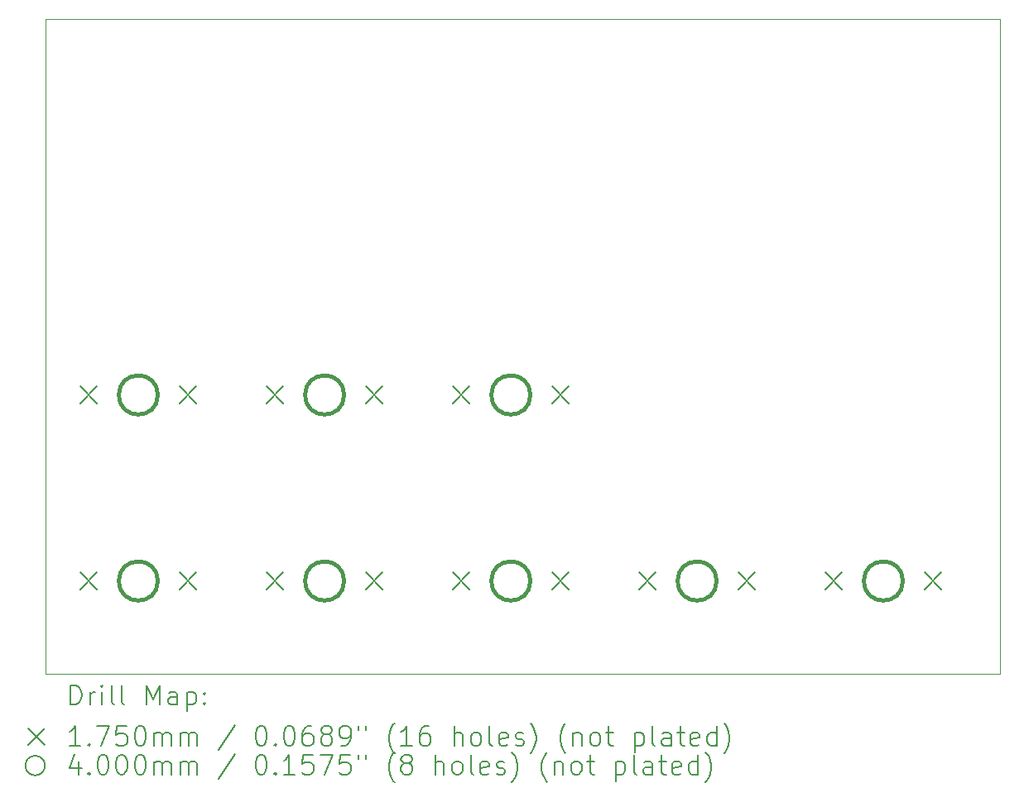
<source format=gbr>
%TF.GenerationSoftware,KiCad,Pcbnew,8.0.8*%
%TF.CreationDate,2025-02-05T05:45:38+05:30*%
%TF.ProjectId,B-Deck,422d4465-636b-42e6-9b69-6361645f7063,rev?*%
%TF.SameCoordinates,Original*%
%TF.FileFunction,Drillmap*%
%TF.FilePolarity,Positive*%
%FSLAX45Y45*%
G04 Gerber Fmt 4.5, Leading zero omitted, Abs format (unit mm)*
G04 Created by KiCad (PCBNEW 8.0.8) date 2025-02-05 05:45:38*
%MOMM*%
%LPD*%
G01*
G04 APERTURE LIST*
%ADD10C,0.050000*%
%ADD11C,0.200000*%
%ADD12C,0.175000*%
%ADD13C,0.400000*%
G04 APERTURE END LIST*
D10*
X8810000Y-5104750D02*
X18573125Y-5104750D01*
X18573125Y-11810375D01*
X8810000Y-11810375D01*
X8810000Y-5104750D01*
D11*
D12*
X9167000Y-8865375D02*
X9342000Y-9040375D01*
X9342000Y-8865375D02*
X9167000Y-9040375D01*
X9167000Y-10770375D02*
X9342000Y-10945375D01*
X9342000Y-10770375D02*
X9167000Y-10945375D01*
X10183000Y-8865375D02*
X10358000Y-9040375D01*
X10358000Y-8865375D02*
X10183000Y-9040375D01*
X10183000Y-10770375D02*
X10358000Y-10945375D01*
X10358000Y-10770375D02*
X10183000Y-10945375D01*
X11072000Y-8865375D02*
X11247000Y-9040375D01*
X11247000Y-8865375D02*
X11072000Y-9040375D01*
X11072000Y-10770375D02*
X11247000Y-10945375D01*
X11247000Y-10770375D02*
X11072000Y-10945375D01*
X12088000Y-8865375D02*
X12263000Y-9040375D01*
X12263000Y-8865375D02*
X12088000Y-9040375D01*
X12088000Y-10770375D02*
X12263000Y-10945375D01*
X12263000Y-10770375D02*
X12088000Y-10945375D01*
X12977000Y-8865375D02*
X13152000Y-9040375D01*
X13152000Y-8865375D02*
X12977000Y-9040375D01*
X12977000Y-10770375D02*
X13152000Y-10945375D01*
X13152000Y-10770375D02*
X12977000Y-10945375D01*
X13993000Y-8865375D02*
X14168000Y-9040375D01*
X14168000Y-8865375D02*
X13993000Y-9040375D01*
X13993000Y-10770375D02*
X14168000Y-10945375D01*
X14168000Y-10770375D02*
X13993000Y-10945375D01*
X14882000Y-10770375D02*
X15057000Y-10945375D01*
X15057000Y-10770375D02*
X14882000Y-10945375D01*
X15898000Y-10770375D02*
X16073000Y-10945375D01*
X16073000Y-10770375D02*
X15898000Y-10945375D01*
X16787000Y-10770375D02*
X16962000Y-10945375D01*
X16962000Y-10770375D02*
X16787000Y-10945375D01*
X17803000Y-10770375D02*
X17978000Y-10945375D01*
X17978000Y-10770375D02*
X17803000Y-10945375D01*
D13*
X9962500Y-8952875D02*
G75*
G02*
X9562500Y-8952875I-200000J0D01*
G01*
X9562500Y-8952875D02*
G75*
G02*
X9962500Y-8952875I200000J0D01*
G01*
X9962500Y-10857875D02*
G75*
G02*
X9562500Y-10857875I-200000J0D01*
G01*
X9562500Y-10857875D02*
G75*
G02*
X9962500Y-10857875I200000J0D01*
G01*
X11867500Y-8952875D02*
G75*
G02*
X11467500Y-8952875I-200000J0D01*
G01*
X11467500Y-8952875D02*
G75*
G02*
X11867500Y-8952875I200000J0D01*
G01*
X11867500Y-10857875D02*
G75*
G02*
X11467500Y-10857875I-200000J0D01*
G01*
X11467500Y-10857875D02*
G75*
G02*
X11867500Y-10857875I200000J0D01*
G01*
X13772500Y-8952875D02*
G75*
G02*
X13372500Y-8952875I-200000J0D01*
G01*
X13372500Y-8952875D02*
G75*
G02*
X13772500Y-8952875I200000J0D01*
G01*
X13772500Y-10857875D02*
G75*
G02*
X13372500Y-10857875I-200000J0D01*
G01*
X13372500Y-10857875D02*
G75*
G02*
X13772500Y-10857875I200000J0D01*
G01*
X15677500Y-10857875D02*
G75*
G02*
X15277500Y-10857875I-200000J0D01*
G01*
X15277500Y-10857875D02*
G75*
G02*
X15677500Y-10857875I200000J0D01*
G01*
X17582500Y-10857875D02*
G75*
G02*
X17182500Y-10857875I-200000J0D01*
G01*
X17182500Y-10857875D02*
G75*
G02*
X17582500Y-10857875I200000J0D01*
G01*
D11*
X9068277Y-12124359D02*
X9068277Y-11924359D01*
X9068277Y-11924359D02*
X9115896Y-11924359D01*
X9115896Y-11924359D02*
X9144467Y-11933883D01*
X9144467Y-11933883D02*
X9163515Y-11952930D01*
X9163515Y-11952930D02*
X9173039Y-11971978D01*
X9173039Y-11971978D02*
X9182563Y-12010073D01*
X9182563Y-12010073D02*
X9182563Y-12038644D01*
X9182563Y-12038644D02*
X9173039Y-12076740D01*
X9173039Y-12076740D02*
X9163515Y-12095787D01*
X9163515Y-12095787D02*
X9144467Y-12114835D01*
X9144467Y-12114835D02*
X9115896Y-12124359D01*
X9115896Y-12124359D02*
X9068277Y-12124359D01*
X9268277Y-12124359D02*
X9268277Y-11991025D01*
X9268277Y-12029121D02*
X9277801Y-12010073D01*
X9277801Y-12010073D02*
X9287324Y-12000549D01*
X9287324Y-12000549D02*
X9306372Y-11991025D01*
X9306372Y-11991025D02*
X9325420Y-11991025D01*
X9392086Y-12124359D02*
X9392086Y-11991025D01*
X9392086Y-11924359D02*
X9382563Y-11933883D01*
X9382563Y-11933883D02*
X9392086Y-11943406D01*
X9392086Y-11943406D02*
X9401610Y-11933883D01*
X9401610Y-11933883D02*
X9392086Y-11924359D01*
X9392086Y-11924359D02*
X9392086Y-11943406D01*
X9515896Y-12124359D02*
X9496848Y-12114835D01*
X9496848Y-12114835D02*
X9487324Y-12095787D01*
X9487324Y-12095787D02*
X9487324Y-11924359D01*
X9620658Y-12124359D02*
X9601610Y-12114835D01*
X9601610Y-12114835D02*
X9592086Y-12095787D01*
X9592086Y-12095787D02*
X9592086Y-11924359D01*
X9849229Y-12124359D02*
X9849229Y-11924359D01*
X9849229Y-11924359D02*
X9915896Y-12067216D01*
X9915896Y-12067216D02*
X9982563Y-11924359D01*
X9982563Y-11924359D02*
X9982563Y-12124359D01*
X10163515Y-12124359D02*
X10163515Y-12019597D01*
X10163515Y-12019597D02*
X10153991Y-12000549D01*
X10153991Y-12000549D02*
X10134944Y-11991025D01*
X10134944Y-11991025D02*
X10096848Y-11991025D01*
X10096848Y-11991025D02*
X10077801Y-12000549D01*
X10163515Y-12114835D02*
X10144467Y-12124359D01*
X10144467Y-12124359D02*
X10096848Y-12124359D01*
X10096848Y-12124359D02*
X10077801Y-12114835D01*
X10077801Y-12114835D02*
X10068277Y-12095787D01*
X10068277Y-12095787D02*
X10068277Y-12076740D01*
X10068277Y-12076740D02*
X10077801Y-12057692D01*
X10077801Y-12057692D02*
X10096848Y-12048168D01*
X10096848Y-12048168D02*
X10144467Y-12048168D01*
X10144467Y-12048168D02*
X10163515Y-12038644D01*
X10258753Y-11991025D02*
X10258753Y-12191025D01*
X10258753Y-12000549D02*
X10277801Y-11991025D01*
X10277801Y-11991025D02*
X10315896Y-11991025D01*
X10315896Y-11991025D02*
X10334944Y-12000549D01*
X10334944Y-12000549D02*
X10344467Y-12010073D01*
X10344467Y-12010073D02*
X10353991Y-12029121D01*
X10353991Y-12029121D02*
X10353991Y-12086263D01*
X10353991Y-12086263D02*
X10344467Y-12105311D01*
X10344467Y-12105311D02*
X10334944Y-12114835D01*
X10334944Y-12114835D02*
X10315896Y-12124359D01*
X10315896Y-12124359D02*
X10277801Y-12124359D01*
X10277801Y-12124359D02*
X10258753Y-12114835D01*
X10439705Y-12105311D02*
X10449229Y-12114835D01*
X10449229Y-12114835D02*
X10439705Y-12124359D01*
X10439705Y-12124359D02*
X10430182Y-12114835D01*
X10430182Y-12114835D02*
X10439705Y-12105311D01*
X10439705Y-12105311D02*
X10439705Y-12124359D01*
X10439705Y-12000549D02*
X10449229Y-12010073D01*
X10449229Y-12010073D02*
X10439705Y-12019597D01*
X10439705Y-12019597D02*
X10430182Y-12010073D01*
X10430182Y-12010073D02*
X10439705Y-12000549D01*
X10439705Y-12000549D02*
X10439705Y-12019597D01*
D12*
X8632500Y-12365375D02*
X8807500Y-12540375D01*
X8807500Y-12365375D02*
X8632500Y-12540375D01*
D11*
X9173039Y-12544359D02*
X9058753Y-12544359D01*
X9115896Y-12544359D02*
X9115896Y-12344359D01*
X9115896Y-12344359D02*
X9096848Y-12372930D01*
X9096848Y-12372930D02*
X9077801Y-12391978D01*
X9077801Y-12391978D02*
X9058753Y-12401502D01*
X9258753Y-12525311D02*
X9268277Y-12534835D01*
X9268277Y-12534835D02*
X9258753Y-12544359D01*
X9258753Y-12544359D02*
X9249229Y-12534835D01*
X9249229Y-12534835D02*
X9258753Y-12525311D01*
X9258753Y-12525311D02*
X9258753Y-12544359D01*
X9334944Y-12344359D02*
X9468277Y-12344359D01*
X9468277Y-12344359D02*
X9382563Y-12544359D01*
X9639705Y-12344359D02*
X9544467Y-12344359D01*
X9544467Y-12344359D02*
X9534944Y-12439597D01*
X9534944Y-12439597D02*
X9544467Y-12430073D01*
X9544467Y-12430073D02*
X9563515Y-12420549D01*
X9563515Y-12420549D02*
X9611134Y-12420549D01*
X9611134Y-12420549D02*
X9630182Y-12430073D01*
X9630182Y-12430073D02*
X9639705Y-12439597D01*
X9639705Y-12439597D02*
X9649229Y-12458644D01*
X9649229Y-12458644D02*
X9649229Y-12506263D01*
X9649229Y-12506263D02*
X9639705Y-12525311D01*
X9639705Y-12525311D02*
X9630182Y-12534835D01*
X9630182Y-12534835D02*
X9611134Y-12544359D01*
X9611134Y-12544359D02*
X9563515Y-12544359D01*
X9563515Y-12544359D02*
X9544467Y-12534835D01*
X9544467Y-12534835D02*
X9534944Y-12525311D01*
X9773039Y-12344359D02*
X9792086Y-12344359D01*
X9792086Y-12344359D02*
X9811134Y-12353883D01*
X9811134Y-12353883D02*
X9820658Y-12363406D01*
X9820658Y-12363406D02*
X9830182Y-12382454D01*
X9830182Y-12382454D02*
X9839705Y-12420549D01*
X9839705Y-12420549D02*
X9839705Y-12468168D01*
X9839705Y-12468168D02*
X9830182Y-12506263D01*
X9830182Y-12506263D02*
X9820658Y-12525311D01*
X9820658Y-12525311D02*
X9811134Y-12534835D01*
X9811134Y-12534835D02*
X9792086Y-12544359D01*
X9792086Y-12544359D02*
X9773039Y-12544359D01*
X9773039Y-12544359D02*
X9753991Y-12534835D01*
X9753991Y-12534835D02*
X9744467Y-12525311D01*
X9744467Y-12525311D02*
X9734944Y-12506263D01*
X9734944Y-12506263D02*
X9725420Y-12468168D01*
X9725420Y-12468168D02*
X9725420Y-12420549D01*
X9725420Y-12420549D02*
X9734944Y-12382454D01*
X9734944Y-12382454D02*
X9744467Y-12363406D01*
X9744467Y-12363406D02*
X9753991Y-12353883D01*
X9753991Y-12353883D02*
X9773039Y-12344359D01*
X9925420Y-12544359D02*
X9925420Y-12411025D01*
X9925420Y-12430073D02*
X9934944Y-12420549D01*
X9934944Y-12420549D02*
X9953991Y-12411025D01*
X9953991Y-12411025D02*
X9982563Y-12411025D01*
X9982563Y-12411025D02*
X10001610Y-12420549D01*
X10001610Y-12420549D02*
X10011134Y-12439597D01*
X10011134Y-12439597D02*
X10011134Y-12544359D01*
X10011134Y-12439597D02*
X10020658Y-12420549D01*
X10020658Y-12420549D02*
X10039705Y-12411025D01*
X10039705Y-12411025D02*
X10068277Y-12411025D01*
X10068277Y-12411025D02*
X10087325Y-12420549D01*
X10087325Y-12420549D02*
X10096848Y-12439597D01*
X10096848Y-12439597D02*
X10096848Y-12544359D01*
X10192086Y-12544359D02*
X10192086Y-12411025D01*
X10192086Y-12430073D02*
X10201610Y-12420549D01*
X10201610Y-12420549D02*
X10220658Y-12411025D01*
X10220658Y-12411025D02*
X10249229Y-12411025D01*
X10249229Y-12411025D02*
X10268277Y-12420549D01*
X10268277Y-12420549D02*
X10277801Y-12439597D01*
X10277801Y-12439597D02*
X10277801Y-12544359D01*
X10277801Y-12439597D02*
X10287325Y-12420549D01*
X10287325Y-12420549D02*
X10306372Y-12411025D01*
X10306372Y-12411025D02*
X10334944Y-12411025D01*
X10334944Y-12411025D02*
X10353991Y-12420549D01*
X10353991Y-12420549D02*
X10363515Y-12439597D01*
X10363515Y-12439597D02*
X10363515Y-12544359D01*
X10753991Y-12334835D02*
X10582563Y-12591978D01*
X11011134Y-12344359D02*
X11030182Y-12344359D01*
X11030182Y-12344359D02*
X11049229Y-12353883D01*
X11049229Y-12353883D02*
X11058753Y-12363406D01*
X11058753Y-12363406D02*
X11068277Y-12382454D01*
X11068277Y-12382454D02*
X11077801Y-12420549D01*
X11077801Y-12420549D02*
X11077801Y-12468168D01*
X11077801Y-12468168D02*
X11068277Y-12506263D01*
X11068277Y-12506263D02*
X11058753Y-12525311D01*
X11058753Y-12525311D02*
X11049229Y-12534835D01*
X11049229Y-12534835D02*
X11030182Y-12544359D01*
X11030182Y-12544359D02*
X11011134Y-12544359D01*
X11011134Y-12544359D02*
X10992087Y-12534835D01*
X10992087Y-12534835D02*
X10982563Y-12525311D01*
X10982563Y-12525311D02*
X10973039Y-12506263D01*
X10973039Y-12506263D02*
X10963515Y-12468168D01*
X10963515Y-12468168D02*
X10963515Y-12420549D01*
X10963515Y-12420549D02*
X10973039Y-12382454D01*
X10973039Y-12382454D02*
X10982563Y-12363406D01*
X10982563Y-12363406D02*
X10992087Y-12353883D01*
X10992087Y-12353883D02*
X11011134Y-12344359D01*
X11163515Y-12525311D02*
X11173039Y-12534835D01*
X11173039Y-12534835D02*
X11163515Y-12544359D01*
X11163515Y-12544359D02*
X11153991Y-12534835D01*
X11153991Y-12534835D02*
X11163515Y-12525311D01*
X11163515Y-12525311D02*
X11163515Y-12544359D01*
X11296848Y-12344359D02*
X11315896Y-12344359D01*
X11315896Y-12344359D02*
X11334944Y-12353883D01*
X11334944Y-12353883D02*
X11344467Y-12363406D01*
X11344467Y-12363406D02*
X11353991Y-12382454D01*
X11353991Y-12382454D02*
X11363515Y-12420549D01*
X11363515Y-12420549D02*
X11363515Y-12468168D01*
X11363515Y-12468168D02*
X11353991Y-12506263D01*
X11353991Y-12506263D02*
X11344467Y-12525311D01*
X11344467Y-12525311D02*
X11334944Y-12534835D01*
X11334944Y-12534835D02*
X11315896Y-12544359D01*
X11315896Y-12544359D02*
X11296848Y-12544359D01*
X11296848Y-12544359D02*
X11277801Y-12534835D01*
X11277801Y-12534835D02*
X11268277Y-12525311D01*
X11268277Y-12525311D02*
X11258753Y-12506263D01*
X11258753Y-12506263D02*
X11249229Y-12468168D01*
X11249229Y-12468168D02*
X11249229Y-12420549D01*
X11249229Y-12420549D02*
X11258753Y-12382454D01*
X11258753Y-12382454D02*
X11268277Y-12363406D01*
X11268277Y-12363406D02*
X11277801Y-12353883D01*
X11277801Y-12353883D02*
X11296848Y-12344359D01*
X11534944Y-12344359D02*
X11496848Y-12344359D01*
X11496848Y-12344359D02*
X11477801Y-12353883D01*
X11477801Y-12353883D02*
X11468277Y-12363406D01*
X11468277Y-12363406D02*
X11449229Y-12391978D01*
X11449229Y-12391978D02*
X11439706Y-12430073D01*
X11439706Y-12430073D02*
X11439706Y-12506263D01*
X11439706Y-12506263D02*
X11449229Y-12525311D01*
X11449229Y-12525311D02*
X11458753Y-12534835D01*
X11458753Y-12534835D02*
X11477801Y-12544359D01*
X11477801Y-12544359D02*
X11515896Y-12544359D01*
X11515896Y-12544359D02*
X11534944Y-12534835D01*
X11534944Y-12534835D02*
X11544467Y-12525311D01*
X11544467Y-12525311D02*
X11553991Y-12506263D01*
X11553991Y-12506263D02*
X11553991Y-12458644D01*
X11553991Y-12458644D02*
X11544467Y-12439597D01*
X11544467Y-12439597D02*
X11534944Y-12430073D01*
X11534944Y-12430073D02*
X11515896Y-12420549D01*
X11515896Y-12420549D02*
X11477801Y-12420549D01*
X11477801Y-12420549D02*
X11458753Y-12430073D01*
X11458753Y-12430073D02*
X11449229Y-12439597D01*
X11449229Y-12439597D02*
X11439706Y-12458644D01*
X11668277Y-12430073D02*
X11649229Y-12420549D01*
X11649229Y-12420549D02*
X11639706Y-12411025D01*
X11639706Y-12411025D02*
X11630182Y-12391978D01*
X11630182Y-12391978D02*
X11630182Y-12382454D01*
X11630182Y-12382454D02*
X11639706Y-12363406D01*
X11639706Y-12363406D02*
X11649229Y-12353883D01*
X11649229Y-12353883D02*
X11668277Y-12344359D01*
X11668277Y-12344359D02*
X11706372Y-12344359D01*
X11706372Y-12344359D02*
X11725420Y-12353883D01*
X11725420Y-12353883D02*
X11734944Y-12363406D01*
X11734944Y-12363406D02*
X11744467Y-12382454D01*
X11744467Y-12382454D02*
X11744467Y-12391978D01*
X11744467Y-12391978D02*
X11734944Y-12411025D01*
X11734944Y-12411025D02*
X11725420Y-12420549D01*
X11725420Y-12420549D02*
X11706372Y-12430073D01*
X11706372Y-12430073D02*
X11668277Y-12430073D01*
X11668277Y-12430073D02*
X11649229Y-12439597D01*
X11649229Y-12439597D02*
X11639706Y-12449121D01*
X11639706Y-12449121D02*
X11630182Y-12468168D01*
X11630182Y-12468168D02*
X11630182Y-12506263D01*
X11630182Y-12506263D02*
X11639706Y-12525311D01*
X11639706Y-12525311D02*
X11649229Y-12534835D01*
X11649229Y-12534835D02*
X11668277Y-12544359D01*
X11668277Y-12544359D02*
X11706372Y-12544359D01*
X11706372Y-12544359D02*
X11725420Y-12534835D01*
X11725420Y-12534835D02*
X11734944Y-12525311D01*
X11734944Y-12525311D02*
X11744467Y-12506263D01*
X11744467Y-12506263D02*
X11744467Y-12468168D01*
X11744467Y-12468168D02*
X11734944Y-12449121D01*
X11734944Y-12449121D02*
X11725420Y-12439597D01*
X11725420Y-12439597D02*
X11706372Y-12430073D01*
X11839706Y-12544359D02*
X11877801Y-12544359D01*
X11877801Y-12544359D02*
X11896848Y-12534835D01*
X11896848Y-12534835D02*
X11906372Y-12525311D01*
X11906372Y-12525311D02*
X11925420Y-12496740D01*
X11925420Y-12496740D02*
X11934944Y-12458644D01*
X11934944Y-12458644D02*
X11934944Y-12382454D01*
X11934944Y-12382454D02*
X11925420Y-12363406D01*
X11925420Y-12363406D02*
X11915896Y-12353883D01*
X11915896Y-12353883D02*
X11896848Y-12344359D01*
X11896848Y-12344359D02*
X11858753Y-12344359D01*
X11858753Y-12344359D02*
X11839706Y-12353883D01*
X11839706Y-12353883D02*
X11830182Y-12363406D01*
X11830182Y-12363406D02*
X11820658Y-12382454D01*
X11820658Y-12382454D02*
X11820658Y-12430073D01*
X11820658Y-12430073D02*
X11830182Y-12449121D01*
X11830182Y-12449121D02*
X11839706Y-12458644D01*
X11839706Y-12458644D02*
X11858753Y-12468168D01*
X11858753Y-12468168D02*
X11896848Y-12468168D01*
X11896848Y-12468168D02*
X11915896Y-12458644D01*
X11915896Y-12458644D02*
X11925420Y-12449121D01*
X11925420Y-12449121D02*
X11934944Y-12430073D01*
X12011134Y-12344359D02*
X12011134Y-12382454D01*
X12087325Y-12344359D02*
X12087325Y-12382454D01*
X12382563Y-12620549D02*
X12373039Y-12611025D01*
X12373039Y-12611025D02*
X12353991Y-12582454D01*
X12353991Y-12582454D02*
X12344468Y-12563406D01*
X12344468Y-12563406D02*
X12334944Y-12534835D01*
X12334944Y-12534835D02*
X12325420Y-12487216D01*
X12325420Y-12487216D02*
X12325420Y-12449121D01*
X12325420Y-12449121D02*
X12334944Y-12401502D01*
X12334944Y-12401502D02*
X12344468Y-12372930D01*
X12344468Y-12372930D02*
X12353991Y-12353883D01*
X12353991Y-12353883D02*
X12373039Y-12325311D01*
X12373039Y-12325311D02*
X12382563Y-12315787D01*
X12563515Y-12544359D02*
X12449229Y-12544359D01*
X12506372Y-12544359D02*
X12506372Y-12344359D01*
X12506372Y-12344359D02*
X12487325Y-12372930D01*
X12487325Y-12372930D02*
X12468277Y-12391978D01*
X12468277Y-12391978D02*
X12449229Y-12401502D01*
X12734944Y-12344359D02*
X12696848Y-12344359D01*
X12696848Y-12344359D02*
X12677801Y-12353883D01*
X12677801Y-12353883D02*
X12668277Y-12363406D01*
X12668277Y-12363406D02*
X12649229Y-12391978D01*
X12649229Y-12391978D02*
X12639706Y-12430073D01*
X12639706Y-12430073D02*
X12639706Y-12506263D01*
X12639706Y-12506263D02*
X12649229Y-12525311D01*
X12649229Y-12525311D02*
X12658753Y-12534835D01*
X12658753Y-12534835D02*
X12677801Y-12544359D01*
X12677801Y-12544359D02*
X12715896Y-12544359D01*
X12715896Y-12544359D02*
X12734944Y-12534835D01*
X12734944Y-12534835D02*
X12744468Y-12525311D01*
X12744468Y-12525311D02*
X12753991Y-12506263D01*
X12753991Y-12506263D02*
X12753991Y-12458644D01*
X12753991Y-12458644D02*
X12744468Y-12439597D01*
X12744468Y-12439597D02*
X12734944Y-12430073D01*
X12734944Y-12430073D02*
X12715896Y-12420549D01*
X12715896Y-12420549D02*
X12677801Y-12420549D01*
X12677801Y-12420549D02*
X12658753Y-12430073D01*
X12658753Y-12430073D02*
X12649229Y-12439597D01*
X12649229Y-12439597D02*
X12639706Y-12458644D01*
X12992087Y-12544359D02*
X12992087Y-12344359D01*
X13077801Y-12544359D02*
X13077801Y-12439597D01*
X13077801Y-12439597D02*
X13068277Y-12420549D01*
X13068277Y-12420549D02*
X13049230Y-12411025D01*
X13049230Y-12411025D02*
X13020658Y-12411025D01*
X13020658Y-12411025D02*
X13001610Y-12420549D01*
X13001610Y-12420549D02*
X12992087Y-12430073D01*
X13201610Y-12544359D02*
X13182563Y-12534835D01*
X13182563Y-12534835D02*
X13173039Y-12525311D01*
X13173039Y-12525311D02*
X13163515Y-12506263D01*
X13163515Y-12506263D02*
X13163515Y-12449121D01*
X13163515Y-12449121D02*
X13173039Y-12430073D01*
X13173039Y-12430073D02*
X13182563Y-12420549D01*
X13182563Y-12420549D02*
X13201610Y-12411025D01*
X13201610Y-12411025D02*
X13230182Y-12411025D01*
X13230182Y-12411025D02*
X13249230Y-12420549D01*
X13249230Y-12420549D02*
X13258753Y-12430073D01*
X13258753Y-12430073D02*
X13268277Y-12449121D01*
X13268277Y-12449121D02*
X13268277Y-12506263D01*
X13268277Y-12506263D02*
X13258753Y-12525311D01*
X13258753Y-12525311D02*
X13249230Y-12534835D01*
X13249230Y-12534835D02*
X13230182Y-12544359D01*
X13230182Y-12544359D02*
X13201610Y-12544359D01*
X13382563Y-12544359D02*
X13363515Y-12534835D01*
X13363515Y-12534835D02*
X13353991Y-12515787D01*
X13353991Y-12515787D02*
X13353991Y-12344359D01*
X13534944Y-12534835D02*
X13515896Y-12544359D01*
X13515896Y-12544359D02*
X13477801Y-12544359D01*
X13477801Y-12544359D02*
X13458753Y-12534835D01*
X13458753Y-12534835D02*
X13449230Y-12515787D01*
X13449230Y-12515787D02*
X13449230Y-12439597D01*
X13449230Y-12439597D02*
X13458753Y-12420549D01*
X13458753Y-12420549D02*
X13477801Y-12411025D01*
X13477801Y-12411025D02*
X13515896Y-12411025D01*
X13515896Y-12411025D02*
X13534944Y-12420549D01*
X13534944Y-12420549D02*
X13544468Y-12439597D01*
X13544468Y-12439597D02*
X13544468Y-12458644D01*
X13544468Y-12458644D02*
X13449230Y-12477692D01*
X13620658Y-12534835D02*
X13639706Y-12544359D01*
X13639706Y-12544359D02*
X13677801Y-12544359D01*
X13677801Y-12544359D02*
X13696849Y-12534835D01*
X13696849Y-12534835D02*
X13706372Y-12515787D01*
X13706372Y-12515787D02*
X13706372Y-12506263D01*
X13706372Y-12506263D02*
X13696849Y-12487216D01*
X13696849Y-12487216D02*
X13677801Y-12477692D01*
X13677801Y-12477692D02*
X13649230Y-12477692D01*
X13649230Y-12477692D02*
X13630182Y-12468168D01*
X13630182Y-12468168D02*
X13620658Y-12449121D01*
X13620658Y-12449121D02*
X13620658Y-12439597D01*
X13620658Y-12439597D02*
X13630182Y-12420549D01*
X13630182Y-12420549D02*
X13649230Y-12411025D01*
X13649230Y-12411025D02*
X13677801Y-12411025D01*
X13677801Y-12411025D02*
X13696849Y-12420549D01*
X13773039Y-12620549D02*
X13782563Y-12611025D01*
X13782563Y-12611025D02*
X13801611Y-12582454D01*
X13801611Y-12582454D02*
X13811134Y-12563406D01*
X13811134Y-12563406D02*
X13820658Y-12534835D01*
X13820658Y-12534835D02*
X13830182Y-12487216D01*
X13830182Y-12487216D02*
X13830182Y-12449121D01*
X13830182Y-12449121D02*
X13820658Y-12401502D01*
X13820658Y-12401502D02*
X13811134Y-12372930D01*
X13811134Y-12372930D02*
X13801611Y-12353883D01*
X13801611Y-12353883D02*
X13782563Y-12325311D01*
X13782563Y-12325311D02*
X13773039Y-12315787D01*
X14134944Y-12620549D02*
X14125420Y-12611025D01*
X14125420Y-12611025D02*
X14106372Y-12582454D01*
X14106372Y-12582454D02*
X14096849Y-12563406D01*
X14096849Y-12563406D02*
X14087325Y-12534835D01*
X14087325Y-12534835D02*
X14077801Y-12487216D01*
X14077801Y-12487216D02*
X14077801Y-12449121D01*
X14077801Y-12449121D02*
X14087325Y-12401502D01*
X14087325Y-12401502D02*
X14096849Y-12372930D01*
X14096849Y-12372930D02*
X14106372Y-12353883D01*
X14106372Y-12353883D02*
X14125420Y-12325311D01*
X14125420Y-12325311D02*
X14134944Y-12315787D01*
X14211134Y-12411025D02*
X14211134Y-12544359D01*
X14211134Y-12430073D02*
X14220658Y-12420549D01*
X14220658Y-12420549D02*
X14239706Y-12411025D01*
X14239706Y-12411025D02*
X14268277Y-12411025D01*
X14268277Y-12411025D02*
X14287325Y-12420549D01*
X14287325Y-12420549D02*
X14296849Y-12439597D01*
X14296849Y-12439597D02*
X14296849Y-12544359D01*
X14420658Y-12544359D02*
X14401611Y-12534835D01*
X14401611Y-12534835D02*
X14392087Y-12525311D01*
X14392087Y-12525311D02*
X14382563Y-12506263D01*
X14382563Y-12506263D02*
X14382563Y-12449121D01*
X14382563Y-12449121D02*
X14392087Y-12430073D01*
X14392087Y-12430073D02*
X14401611Y-12420549D01*
X14401611Y-12420549D02*
X14420658Y-12411025D01*
X14420658Y-12411025D02*
X14449230Y-12411025D01*
X14449230Y-12411025D02*
X14468277Y-12420549D01*
X14468277Y-12420549D02*
X14477801Y-12430073D01*
X14477801Y-12430073D02*
X14487325Y-12449121D01*
X14487325Y-12449121D02*
X14487325Y-12506263D01*
X14487325Y-12506263D02*
X14477801Y-12525311D01*
X14477801Y-12525311D02*
X14468277Y-12534835D01*
X14468277Y-12534835D02*
X14449230Y-12544359D01*
X14449230Y-12544359D02*
X14420658Y-12544359D01*
X14544468Y-12411025D02*
X14620658Y-12411025D01*
X14573039Y-12344359D02*
X14573039Y-12515787D01*
X14573039Y-12515787D02*
X14582563Y-12534835D01*
X14582563Y-12534835D02*
X14601611Y-12544359D01*
X14601611Y-12544359D02*
X14620658Y-12544359D01*
X14839706Y-12411025D02*
X14839706Y-12611025D01*
X14839706Y-12420549D02*
X14858753Y-12411025D01*
X14858753Y-12411025D02*
X14896849Y-12411025D01*
X14896849Y-12411025D02*
X14915896Y-12420549D01*
X14915896Y-12420549D02*
X14925420Y-12430073D01*
X14925420Y-12430073D02*
X14934944Y-12449121D01*
X14934944Y-12449121D02*
X14934944Y-12506263D01*
X14934944Y-12506263D02*
X14925420Y-12525311D01*
X14925420Y-12525311D02*
X14915896Y-12534835D01*
X14915896Y-12534835D02*
X14896849Y-12544359D01*
X14896849Y-12544359D02*
X14858753Y-12544359D01*
X14858753Y-12544359D02*
X14839706Y-12534835D01*
X15049230Y-12544359D02*
X15030182Y-12534835D01*
X15030182Y-12534835D02*
X15020658Y-12515787D01*
X15020658Y-12515787D02*
X15020658Y-12344359D01*
X15211134Y-12544359D02*
X15211134Y-12439597D01*
X15211134Y-12439597D02*
X15201611Y-12420549D01*
X15201611Y-12420549D02*
X15182563Y-12411025D01*
X15182563Y-12411025D02*
X15144468Y-12411025D01*
X15144468Y-12411025D02*
X15125420Y-12420549D01*
X15211134Y-12534835D02*
X15192087Y-12544359D01*
X15192087Y-12544359D02*
X15144468Y-12544359D01*
X15144468Y-12544359D02*
X15125420Y-12534835D01*
X15125420Y-12534835D02*
X15115896Y-12515787D01*
X15115896Y-12515787D02*
X15115896Y-12496740D01*
X15115896Y-12496740D02*
X15125420Y-12477692D01*
X15125420Y-12477692D02*
X15144468Y-12468168D01*
X15144468Y-12468168D02*
X15192087Y-12468168D01*
X15192087Y-12468168D02*
X15211134Y-12458644D01*
X15277801Y-12411025D02*
X15353992Y-12411025D01*
X15306373Y-12344359D02*
X15306373Y-12515787D01*
X15306373Y-12515787D02*
X15315896Y-12534835D01*
X15315896Y-12534835D02*
X15334944Y-12544359D01*
X15334944Y-12544359D02*
X15353992Y-12544359D01*
X15496849Y-12534835D02*
X15477801Y-12544359D01*
X15477801Y-12544359D02*
X15439706Y-12544359D01*
X15439706Y-12544359D02*
X15420658Y-12534835D01*
X15420658Y-12534835D02*
X15411134Y-12515787D01*
X15411134Y-12515787D02*
X15411134Y-12439597D01*
X15411134Y-12439597D02*
X15420658Y-12420549D01*
X15420658Y-12420549D02*
X15439706Y-12411025D01*
X15439706Y-12411025D02*
X15477801Y-12411025D01*
X15477801Y-12411025D02*
X15496849Y-12420549D01*
X15496849Y-12420549D02*
X15506373Y-12439597D01*
X15506373Y-12439597D02*
X15506373Y-12458644D01*
X15506373Y-12458644D02*
X15411134Y-12477692D01*
X15677801Y-12544359D02*
X15677801Y-12344359D01*
X15677801Y-12534835D02*
X15658754Y-12544359D01*
X15658754Y-12544359D02*
X15620658Y-12544359D01*
X15620658Y-12544359D02*
X15601611Y-12534835D01*
X15601611Y-12534835D02*
X15592087Y-12525311D01*
X15592087Y-12525311D02*
X15582563Y-12506263D01*
X15582563Y-12506263D02*
X15582563Y-12449121D01*
X15582563Y-12449121D02*
X15592087Y-12430073D01*
X15592087Y-12430073D02*
X15601611Y-12420549D01*
X15601611Y-12420549D02*
X15620658Y-12411025D01*
X15620658Y-12411025D02*
X15658754Y-12411025D01*
X15658754Y-12411025D02*
X15677801Y-12420549D01*
X15753992Y-12620549D02*
X15763515Y-12611025D01*
X15763515Y-12611025D02*
X15782563Y-12582454D01*
X15782563Y-12582454D02*
X15792087Y-12563406D01*
X15792087Y-12563406D02*
X15801611Y-12534835D01*
X15801611Y-12534835D02*
X15811134Y-12487216D01*
X15811134Y-12487216D02*
X15811134Y-12449121D01*
X15811134Y-12449121D02*
X15801611Y-12401502D01*
X15801611Y-12401502D02*
X15792087Y-12372930D01*
X15792087Y-12372930D02*
X15782563Y-12353883D01*
X15782563Y-12353883D02*
X15763515Y-12325311D01*
X15763515Y-12325311D02*
X15753992Y-12315787D01*
X8807500Y-12747875D02*
G75*
G02*
X8607500Y-12747875I-100000J0D01*
G01*
X8607500Y-12747875D02*
G75*
G02*
X8807500Y-12747875I100000J0D01*
G01*
X9153991Y-12706025D02*
X9153991Y-12839359D01*
X9106372Y-12629835D02*
X9058753Y-12772692D01*
X9058753Y-12772692D02*
X9182563Y-12772692D01*
X9258753Y-12820311D02*
X9268277Y-12829835D01*
X9268277Y-12829835D02*
X9258753Y-12839359D01*
X9258753Y-12839359D02*
X9249229Y-12829835D01*
X9249229Y-12829835D02*
X9258753Y-12820311D01*
X9258753Y-12820311D02*
X9258753Y-12839359D01*
X9392086Y-12639359D02*
X9411134Y-12639359D01*
X9411134Y-12639359D02*
X9430182Y-12648883D01*
X9430182Y-12648883D02*
X9439705Y-12658406D01*
X9439705Y-12658406D02*
X9449229Y-12677454D01*
X9449229Y-12677454D02*
X9458753Y-12715549D01*
X9458753Y-12715549D02*
X9458753Y-12763168D01*
X9458753Y-12763168D02*
X9449229Y-12801263D01*
X9449229Y-12801263D02*
X9439705Y-12820311D01*
X9439705Y-12820311D02*
X9430182Y-12829835D01*
X9430182Y-12829835D02*
X9411134Y-12839359D01*
X9411134Y-12839359D02*
X9392086Y-12839359D01*
X9392086Y-12839359D02*
X9373039Y-12829835D01*
X9373039Y-12829835D02*
X9363515Y-12820311D01*
X9363515Y-12820311D02*
X9353991Y-12801263D01*
X9353991Y-12801263D02*
X9344467Y-12763168D01*
X9344467Y-12763168D02*
X9344467Y-12715549D01*
X9344467Y-12715549D02*
X9353991Y-12677454D01*
X9353991Y-12677454D02*
X9363515Y-12658406D01*
X9363515Y-12658406D02*
X9373039Y-12648883D01*
X9373039Y-12648883D02*
X9392086Y-12639359D01*
X9582563Y-12639359D02*
X9601610Y-12639359D01*
X9601610Y-12639359D02*
X9620658Y-12648883D01*
X9620658Y-12648883D02*
X9630182Y-12658406D01*
X9630182Y-12658406D02*
X9639705Y-12677454D01*
X9639705Y-12677454D02*
X9649229Y-12715549D01*
X9649229Y-12715549D02*
X9649229Y-12763168D01*
X9649229Y-12763168D02*
X9639705Y-12801263D01*
X9639705Y-12801263D02*
X9630182Y-12820311D01*
X9630182Y-12820311D02*
X9620658Y-12829835D01*
X9620658Y-12829835D02*
X9601610Y-12839359D01*
X9601610Y-12839359D02*
X9582563Y-12839359D01*
X9582563Y-12839359D02*
X9563515Y-12829835D01*
X9563515Y-12829835D02*
X9553991Y-12820311D01*
X9553991Y-12820311D02*
X9544467Y-12801263D01*
X9544467Y-12801263D02*
X9534944Y-12763168D01*
X9534944Y-12763168D02*
X9534944Y-12715549D01*
X9534944Y-12715549D02*
X9544467Y-12677454D01*
X9544467Y-12677454D02*
X9553991Y-12658406D01*
X9553991Y-12658406D02*
X9563515Y-12648883D01*
X9563515Y-12648883D02*
X9582563Y-12639359D01*
X9773039Y-12639359D02*
X9792086Y-12639359D01*
X9792086Y-12639359D02*
X9811134Y-12648883D01*
X9811134Y-12648883D02*
X9820658Y-12658406D01*
X9820658Y-12658406D02*
X9830182Y-12677454D01*
X9830182Y-12677454D02*
X9839705Y-12715549D01*
X9839705Y-12715549D02*
X9839705Y-12763168D01*
X9839705Y-12763168D02*
X9830182Y-12801263D01*
X9830182Y-12801263D02*
X9820658Y-12820311D01*
X9820658Y-12820311D02*
X9811134Y-12829835D01*
X9811134Y-12829835D02*
X9792086Y-12839359D01*
X9792086Y-12839359D02*
X9773039Y-12839359D01*
X9773039Y-12839359D02*
X9753991Y-12829835D01*
X9753991Y-12829835D02*
X9744467Y-12820311D01*
X9744467Y-12820311D02*
X9734944Y-12801263D01*
X9734944Y-12801263D02*
X9725420Y-12763168D01*
X9725420Y-12763168D02*
X9725420Y-12715549D01*
X9725420Y-12715549D02*
X9734944Y-12677454D01*
X9734944Y-12677454D02*
X9744467Y-12658406D01*
X9744467Y-12658406D02*
X9753991Y-12648883D01*
X9753991Y-12648883D02*
X9773039Y-12639359D01*
X9925420Y-12839359D02*
X9925420Y-12706025D01*
X9925420Y-12725073D02*
X9934944Y-12715549D01*
X9934944Y-12715549D02*
X9953991Y-12706025D01*
X9953991Y-12706025D02*
X9982563Y-12706025D01*
X9982563Y-12706025D02*
X10001610Y-12715549D01*
X10001610Y-12715549D02*
X10011134Y-12734597D01*
X10011134Y-12734597D02*
X10011134Y-12839359D01*
X10011134Y-12734597D02*
X10020658Y-12715549D01*
X10020658Y-12715549D02*
X10039705Y-12706025D01*
X10039705Y-12706025D02*
X10068277Y-12706025D01*
X10068277Y-12706025D02*
X10087325Y-12715549D01*
X10087325Y-12715549D02*
X10096848Y-12734597D01*
X10096848Y-12734597D02*
X10096848Y-12839359D01*
X10192086Y-12839359D02*
X10192086Y-12706025D01*
X10192086Y-12725073D02*
X10201610Y-12715549D01*
X10201610Y-12715549D02*
X10220658Y-12706025D01*
X10220658Y-12706025D02*
X10249229Y-12706025D01*
X10249229Y-12706025D02*
X10268277Y-12715549D01*
X10268277Y-12715549D02*
X10277801Y-12734597D01*
X10277801Y-12734597D02*
X10277801Y-12839359D01*
X10277801Y-12734597D02*
X10287325Y-12715549D01*
X10287325Y-12715549D02*
X10306372Y-12706025D01*
X10306372Y-12706025D02*
X10334944Y-12706025D01*
X10334944Y-12706025D02*
X10353991Y-12715549D01*
X10353991Y-12715549D02*
X10363515Y-12734597D01*
X10363515Y-12734597D02*
X10363515Y-12839359D01*
X10753991Y-12629835D02*
X10582563Y-12886978D01*
X11011134Y-12639359D02*
X11030182Y-12639359D01*
X11030182Y-12639359D02*
X11049229Y-12648883D01*
X11049229Y-12648883D02*
X11058753Y-12658406D01*
X11058753Y-12658406D02*
X11068277Y-12677454D01*
X11068277Y-12677454D02*
X11077801Y-12715549D01*
X11077801Y-12715549D02*
X11077801Y-12763168D01*
X11077801Y-12763168D02*
X11068277Y-12801263D01*
X11068277Y-12801263D02*
X11058753Y-12820311D01*
X11058753Y-12820311D02*
X11049229Y-12829835D01*
X11049229Y-12829835D02*
X11030182Y-12839359D01*
X11030182Y-12839359D02*
X11011134Y-12839359D01*
X11011134Y-12839359D02*
X10992087Y-12829835D01*
X10992087Y-12829835D02*
X10982563Y-12820311D01*
X10982563Y-12820311D02*
X10973039Y-12801263D01*
X10973039Y-12801263D02*
X10963515Y-12763168D01*
X10963515Y-12763168D02*
X10963515Y-12715549D01*
X10963515Y-12715549D02*
X10973039Y-12677454D01*
X10973039Y-12677454D02*
X10982563Y-12658406D01*
X10982563Y-12658406D02*
X10992087Y-12648883D01*
X10992087Y-12648883D02*
X11011134Y-12639359D01*
X11163515Y-12820311D02*
X11173039Y-12829835D01*
X11173039Y-12829835D02*
X11163515Y-12839359D01*
X11163515Y-12839359D02*
X11153991Y-12829835D01*
X11153991Y-12829835D02*
X11163515Y-12820311D01*
X11163515Y-12820311D02*
X11163515Y-12839359D01*
X11363515Y-12839359D02*
X11249229Y-12839359D01*
X11306372Y-12839359D02*
X11306372Y-12639359D01*
X11306372Y-12639359D02*
X11287325Y-12667930D01*
X11287325Y-12667930D02*
X11268277Y-12686978D01*
X11268277Y-12686978D02*
X11249229Y-12696502D01*
X11544467Y-12639359D02*
X11449229Y-12639359D01*
X11449229Y-12639359D02*
X11439706Y-12734597D01*
X11439706Y-12734597D02*
X11449229Y-12725073D01*
X11449229Y-12725073D02*
X11468277Y-12715549D01*
X11468277Y-12715549D02*
X11515896Y-12715549D01*
X11515896Y-12715549D02*
X11534944Y-12725073D01*
X11534944Y-12725073D02*
X11544467Y-12734597D01*
X11544467Y-12734597D02*
X11553991Y-12753644D01*
X11553991Y-12753644D02*
X11553991Y-12801263D01*
X11553991Y-12801263D02*
X11544467Y-12820311D01*
X11544467Y-12820311D02*
X11534944Y-12829835D01*
X11534944Y-12829835D02*
X11515896Y-12839359D01*
X11515896Y-12839359D02*
X11468277Y-12839359D01*
X11468277Y-12839359D02*
X11449229Y-12829835D01*
X11449229Y-12829835D02*
X11439706Y-12820311D01*
X11620658Y-12639359D02*
X11753991Y-12639359D01*
X11753991Y-12639359D02*
X11668277Y-12839359D01*
X11925420Y-12639359D02*
X11830182Y-12639359D01*
X11830182Y-12639359D02*
X11820658Y-12734597D01*
X11820658Y-12734597D02*
X11830182Y-12725073D01*
X11830182Y-12725073D02*
X11849229Y-12715549D01*
X11849229Y-12715549D02*
X11896848Y-12715549D01*
X11896848Y-12715549D02*
X11915896Y-12725073D01*
X11915896Y-12725073D02*
X11925420Y-12734597D01*
X11925420Y-12734597D02*
X11934944Y-12753644D01*
X11934944Y-12753644D02*
X11934944Y-12801263D01*
X11934944Y-12801263D02*
X11925420Y-12820311D01*
X11925420Y-12820311D02*
X11915896Y-12829835D01*
X11915896Y-12829835D02*
X11896848Y-12839359D01*
X11896848Y-12839359D02*
X11849229Y-12839359D01*
X11849229Y-12839359D02*
X11830182Y-12829835D01*
X11830182Y-12829835D02*
X11820658Y-12820311D01*
X12011134Y-12639359D02*
X12011134Y-12677454D01*
X12087325Y-12639359D02*
X12087325Y-12677454D01*
X12382563Y-12915549D02*
X12373039Y-12906025D01*
X12373039Y-12906025D02*
X12353991Y-12877454D01*
X12353991Y-12877454D02*
X12344468Y-12858406D01*
X12344468Y-12858406D02*
X12334944Y-12829835D01*
X12334944Y-12829835D02*
X12325420Y-12782216D01*
X12325420Y-12782216D02*
X12325420Y-12744121D01*
X12325420Y-12744121D02*
X12334944Y-12696502D01*
X12334944Y-12696502D02*
X12344468Y-12667930D01*
X12344468Y-12667930D02*
X12353991Y-12648883D01*
X12353991Y-12648883D02*
X12373039Y-12620311D01*
X12373039Y-12620311D02*
X12382563Y-12610787D01*
X12487325Y-12725073D02*
X12468277Y-12715549D01*
X12468277Y-12715549D02*
X12458753Y-12706025D01*
X12458753Y-12706025D02*
X12449229Y-12686978D01*
X12449229Y-12686978D02*
X12449229Y-12677454D01*
X12449229Y-12677454D02*
X12458753Y-12658406D01*
X12458753Y-12658406D02*
X12468277Y-12648883D01*
X12468277Y-12648883D02*
X12487325Y-12639359D01*
X12487325Y-12639359D02*
X12525420Y-12639359D01*
X12525420Y-12639359D02*
X12544468Y-12648883D01*
X12544468Y-12648883D02*
X12553991Y-12658406D01*
X12553991Y-12658406D02*
X12563515Y-12677454D01*
X12563515Y-12677454D02*
X12563515Y-12686978D01*
X12563515Y-12686978D02*
X12553991Y-12706025D01*
X12553991Y-12706025D02*
X12544468Y-12715549D01*
X12544468Y-12715549D02*
X12525420Y-12725073D01*
X12525420Y-12725073D02*
X12487325Y-12725073D01*
X12487325Y-12725073D02*
X12468277Y-12734597D01*
X12468277Y-12734597D02*
X12458753Y-12744121D01*
X12458753Y-12744121D02*
X12449229Y-12763168D01*
X12449229Y-12763168D02*
X12449229Y-12801263D01*
X12449229Y-12801263D02*
X12458753Y-12820311D01*
X12458753Y-12820311D02*
X12468277Y-12829835D01*
X12468277Y-12829835D02*
X12487325Y-12839359D01*
X12487325Y-12839359D02*
X12525420Y-12839359D01*
X12525420Y-12839359D02*
X12544468Y-12829835D01*
X12544468Y-12829835D02*
X12553991Y-12820311D01*
X12553991Y-12820311D02*
X12563515Y-12801263D01*
X12563515Y-12801263D02*
X12563515Y-12763168D01*
X12563515Y-12763168D02*
X12553991Y-12744121D01*
X12553991Y-12744121D02*
X12544468Y-12734597D01*
X12544468Y-12734597D02*
X12525420Y-12725073D01*
X12801610Y-12839359D02*
X12801610Y-12639359D01*
X12887325Y-12839359D02*
X12887325Y-12734597D01*
X12887325Y-12734597D02*
X12877801Y-12715549D01*
X12877801Y-12715549D02*
X12858753Y-12706025D01*
X12858753Y-12706025D02*
X12830182Y-12706025D01*
X12830182Y-12706025D02*
X12811134Y-12715549D01*
X12811134Y-12715549D02*
X12801610Y-12725073D01*
X13011134Y-12839359D02*
X12992087Y-12829835D01*
X12992087Y-12829835D02*
X12982563Y-12820311D01*
X12982563Y-12820311D02*
X12973039Y-12801263D01*
X12973039Y-12801263D02*
X12973039Y-12744121D01*
X12973039Y-12744121D02*
X12982563Y-12725073D01*
X12982563Y-12725073D02*
X12992087Y-12715549D01*
X12992087Y-12715549D02*
X13011134Y-12706025D01*
X13011134Y-12706025D02*
X13039706Y-12706025D01*
X13039706Y-12706025D02*
X13058753Y-12715549D01*
X13058753Y-12715549D02*
X13068277Y-12725073D01*
X13068277Y-12725073D02*
X13077801Y-12744121D01*
X13077801Y-12744121D02*
X13077801Y-12801263D01*
X13077801Y-12801263D02*
X13068277Y-12820311D01*
X13068277Y-12820311D02*
X13058753Y-12829835D01*
X13058753Y-12829835D02*
X13039706Y-12839359D01*
X13039706Y-12839359D02*
X13011134Y-12839359D01*
X13192087Y-12839359D02*
X13173039Y-12829835D01*
X13173039Y-12829835D02*
X13163515Y-12810787D01*
X13163515Y-12810787D02*
X13163515Y-12639359D01*
X13344468Y-12829835D02*
X13325420Y-12839359D01*
X13325420Y-12839359D02*
X13287325Y-12839359D01*
X13287325Y-12839359D02*
X13268277Y-12829835D01*
X13268277Y-12829835D02*
X13258753Y-12810787D01*
X13258753Y-12810787D02*
X13258753Y-12734597D01*
X13258753Y-12734597D02*
X13268277Y-12715549D01*
X13268277Y-12715549D02*
X13287325Y-12706025D01*
X13287325Y-12706025D02*
X13325420Y-12706025D01*
X13325420Y-12706025D02*
X13344468Y-12715549D01*
X13344468Y-12715549D02*
X13353991Y-12734597D01*
X13353991Y-12734597D02*
X13353991Y-12753644D01*
X13353991Y-12753644D02*
X13258753Y-12772692D01*
X13430182Y-12829835D02*
X13449230Y-12839359D01*
X13449230Y-12839359D02*
X13487325Y-12839359D01*
X13487325Y-12839359D02*
X13506372Y-12829835D01*
X13506372Y-12829835D02*
X13515896Y-12810787D01*
X13515896Y-12810787D02*
X13515896Y-12801263D01*
X13515896Y-12801263D02*
X13506372Y-12782216D01*
X13506372Y-12782216D02*
X13487325Y-12772692D01*
X13487325Y-12772692D02*
X13458753Y-12772692D01*
X13458753Y-12772692D02*
X13439706Y-12763168D01*
X13439706Y-12763168D02*
X13430182Y-12744121D01*
X13430182Y-12744121D02*
X13430182Y-12734597D01*
X13430182Y-12734597D02*
X13439706Y-12715549D01*
X13439706Y-12715549D02*
X13458753Y-12706025D01*
X13458753Y-12706025D02*
X13487325Y-12706025D01*
X13487325Y-12706025D02*
X13506372Y-12715549D01*
X13582563Y-12915549D02*
X13592087Y-12906025D01*
X13592087Y-12906025D02*
X13611134Y-12877454D01*
X13611134Y-12877454D02*
X13620658Y-12858406D01*
X13620658Y-12858406D02*
X13630182Y-12829835D01*
X13630182Y-12829835D02*
X13639706Y-12782216D01*
X13639706Y-12782216D02*
X13639706Y-12744121D01*
X13639706Y-12744121D02*
X13630182Y-12696502D01*
X13630182Y-12696502D02*
X13620658Y-12667930D01*
X13620658Y-12667930D02*
X13611134Y-12648883D01*
X13611134Y-12648883D02*
X13592087Y-12620311D01*
X13592087Y-12620311D02*
X13582563Y-12610787D01*
X13944468Y-12915549D02*
X13934944Y-12906025D01*
X13934944Y-12906025D02*
X13915896Y-12877454D01*
X13915896Y-12877454D02*
X13906372Y-12858406D01*
X13906372Y-12858406D02*
X13896849Y-12829835D01*
X13896849Y-12829835D02*
X13887325Y-12782216D01*
X13887325Y-12782216D02*
X13887325Y-12744121D01*
X13887325Y-12744121D02*
X13896849Y-12696502D01*
X13896849Y-12696502D02*
X13906372Y-12667930D01*
X13906372Y-12667930D02*
X13915896Y-12648883D01*
X13915896Y-12648883D02*
X13934944Y-12620311D01*
X13934944Y-12620311D02*
X13944468Y-12610787D01*
X14020658Y-12706025D02*
X14020658Y-12839359D01*
X14020658Y-12725073D02*
X14030182Y-12715549D01*
X14030182Y-12715549D02*
X14049230Y-12706025D01*
X14049230Y-12706025D02*
X14077801Y-12706025D01*
X14077801Y-12706025D02*
X14096849Y-12715549D01*
X14096849Y-12715549D02*
X14106372Y-12734597D01*
X14106372Y-12734597D02*
X14106372Y-12839359D01*
X14230182Y-12839359D02*
X14211134Y-12829835D01*
X14211134Y-12829835D02*
X14201611Y-12820311D01*
X14201611Y-12820311D02*
X14192087Y-12801263D01*
X14192087Y-12801263D02*
X14192087Y-12744121D01*
X14192087Y-12744121D02*
X14201611Y-12725073D01*
X14201611Y-12725073D02*
X14211134Y-12715549D01*
X14211134Y-12715549D02*
X14230182Y-12706025D01*
X14230182Y-12706025D02*
X14258753Y-12706025D01*
X14258753Y-12706025D02*
X14277801Y-12715549D01*
X14277801Y-12715549D02*
X14287325Y-12725073D01*
X14287325Y-12725073D02*
X14296849Y-12744121D01*
X14296849Y-12744121D02*
X14296849Y-12801263D01*
X14296849Y-12801263D02*
X14287325Y-12820311D01*
X14287325Y-12820311D02*
X14277801Y-12829835D01*
X14277801Y-12829835D02*
X14258753Y-12839359D01*
X14258753Y-12839359D02*
X14230182Y-12839359D01*
X14353992Y-12706025D02*
X14430182Y-12706025D01*
X14382563Y-12639359D02*
X14382563Y-12810787D01*
X14382563Y-12810787D02*
X14392087Y-12829835D01*
X14392087Y-12829835D02*
X14411134Y-12839359D01*
X14411134Y-12839359D02*
X14430182Y-12839359D01*
X14649230Y-12706025D02*
X14649230Y-12906025D01*
X14649230Y-12715549D02*
X14668277Y-12706025D01*
X14668277Y-12706025D02*
X14706373Y-12706025D01*
X14706373Y-12706025D02*
X14725420Y-12715549D01*
X14725420Y-12715549D02*
X14734944Y-12725073D01*
X14734944Y-12725073D02*
X14744468Y-12744121D01*
X14744468Y-12744121D02*
X14744468Y-12801263D01*
X14744468Y-12801263D02*
X14734944Y-12820311D01*
X14734944Y-12820311D02*
X14725420Y-12829835D01*
X14725420Y-12829835D02*
X14706373Y-12839359D01*
X14706373Y-12839359D02*
X14668277Y-12839359D01*
X14668277Y-12839359D02*
X14649230Y-12829835D01*
X14858753Y-12839359D02*
X14839706Y-12829835D01*
X14839706Y-12829835D02*
X14830182Y-12810787D01*
X14830182Y-12810787D02*
X14830182Y-12639359D01*
X15020658Y-12839359D02*
X15020658Y-12734597D01*
X15020658Y-12734597D02*
X15011134Y-12715549D01*
X15011134Y-12715549D02*
X14992087Y-12706025D01*
X14992087Y-12706025D02*
X14953992Y-12706025D01*
X14953992Y-12706025D02*
X14934944Y-12715549D01*
X15020658Y-12829835D02*
X15001611Y-12839359D01*
X15001611Y-12839359D02*
X14953992Y-12839359D01*
X14953992Y-12839359D02*
X14934944Y-12829835D01*
X14934944Y-12829835D02*
X14925420Y-12810787D01*
X14925420Y-12810787D02*
X14925420Y-12791740D01*
X14925420Y-12791740D02*
X14934944Y-12772692D01*
X14934944Y-12772692D02*
X14953992Y-12763168D01*
X14953992Y-12763168D02*
X15001611Y-12763168D01*
X15001611Y-12763168D02*
X15020658Y-12753644D01*
X15087325Y-12706025D02*
X15163515Y-12706025D01*
X15115896Y-12639359D02*
X15115896Y-12810787D01*
X15115896Y-12810787D02*
X15125420Y-12829835D01*
X15125420Y-12829835D02*
X15144468Y-12839359D01*
X15144468Y-12839359D02*
X15163515Y-12839359D01*
X15306373Y-12829835D02*
X15287325Y-12839359D01*
X15287325Y-12839359D02*
X15249230Y-12839359D01*
X15249230Y-12839359D02*
X15230182Y-12829835D01*
X15230182Y-12829835D02*
X15220658Y-12810787D01*
X15220658Y-12810787D02*
X15220658Y-12734597D01*
X15220658Y-12734597D02*
X15230182Y-12715549D01*
X15230182Y-12715549D02*
X15249230Y-12706025D01*
X15249230Y-12706025D02*
X15287325Y-12706025D01*
X15287325Y-12706025D02*
X15306373Y-12715549D01*
X15306373Y-12715549D02*
X15315896Y-12734597D01*
X15315896Y-12734597D02*
X15315896Y-12753644D01*
X15315896Y-12753644D02*
X15220658Y-12772692D01*
X15487325Y-12839359D02*
X15487325Y-12639359D01*
X15487325Y-12829835D02*
X15468277Y-12839359D01*
X15468277Y-12839359D02*
X15430182Y-12839359D01*
X15430182Y-12839359D02*
X15411134Y-12829835D01*
X15411134Y-12829835D02*
X15401611Y-12820311D01*
X15401611Y-12820311D02*
X15392087Y-12801263D01*
X15392087Y-12801263D02*
X15392087Y-12744121D01*
X15392087Y-12744121D02*
X15401611Y-12725073D01*
X15401611Y-12725073D02*
X15411134Y-12715549D01*
X15411134Y-12715549D02*
X15430182Y-12706025D01*
X15430182Y-12706025D02*
X15468277Y-12706025D01*
X15468277Y-12706025D02*
X15487325Y-12715549D01*
X15563515Y-12915549D02*
X15573039Y-12906025D01*
X15573039Y-12906025D02*
X15592087Y-12877454D01*
X15592087Y-12877454D02*
X15601611Y-12858406D01*
X15601611Y-12858406D02*
X15611134Y-12829835D01*
X15611134Y-12829835D02*
X15620658Y-12782216D01*
X15620658Y-12782216D02*
X15620658Y-12744121D01*
X15620658Y-12744121D02*
X15611134Y-12696502D01*
X15611134Y-12696502D02*
X15601611Y-12667930D01*
X15601611Y-12667930D02*
X15592087Y-12648883D01*
X15592087Y-12648883D02*
X15573039Y-12620311D01*
X15573039Y-12620311D02*
X15563515Y-12610787D01*
M02*

</source>
